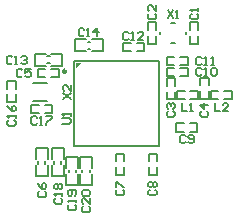
<source format=gto>
G04*
G04 #@! TF.GenerationSoftware,Altium Limited,Altium Designer,19.0.15 (446)*
G04*
G04 Layer_Color=65535*
%FSLAX24Y24*%
%MOIN*%
G70*
G01*
G75*
%ADD10C,0.0098*%
%ADD11C,0.0060*%
%ADD12C,0.0079*%
G36*
X-1181Y1378D02*
X-1378Y1181D01*
Y1378D01*
X-1181Y1378D01*
D02*
G37*
D10*
X-1699Y1083D02*
G03*
X-1699Y1083I-49J0D01*
G01*
D11*
X1312Y2459D02*
Y2715D01*
Y2006D02*
Y2262D01*
X1037Y2459D02*
Y2715D01*
Y2006D02*
Y2262D01*
Y2006D02*
X1312D01*
X1037Y2715D02*
X1312D01*
X2300Y2337D02*
Y2384D01*
X1812Y2014D02*
X1937D01*
X1449Y2337D02*
Y2384D01*
X1812Y2707D02*
X1937D01*
X2437Y2006D02*
Y2262D01*
Y2459D02*
Y2715D01*
X2712Y2006D02*
Y2262D01*
Y2459D02*
Y2715D01*
X2437D02*
X2712D01*
X2437Y2006D02*
X2712D01*
X2106Y1289D02*
X2362D01*
X1654D02*
X1909D01*
X2106Y1565D02*
X2362D01*
X1654D02*
X1909D01*
X1654Y1289D02*
Y1565D01*
X2362Y1289D02*
Y1565D01*
X207Y2037D02*
X463D01*
X659D02*
X915D01*
X207Y1762D02*
X463D01*
X659D02*
X915D01*
Y2037D01*
X207Y1762D02*
Y2037D01*
X1654Y935D02*
Y1211D01*
X2362Y935D02*
Y1211D01*
X2106Y935D02*
X2362D01*
X1654D02*
X1909D01*
X2106Y1211D02*
X2362D01*
X1654D02*
X1909D01*
X1654Y148D02*
X1930D01*
X1654Y856D02*
X1930D01*
Y601D02*
Y856D01*
Y148D02*
Y404D01*
X1654Y601D02*
Y856D01*
Y148D02*
Y404D01*
X2450Y164D02*
X2706D01*
X1998D02*
X2254D01*
X2450Y440D02*
X2706D01*
X1998D02*
X2254Y440D01*
X1998Y164D02*
Y440D01*
X2706Y164D02*
Y440D01*
X2778Y166D02*
X3054D01*
X2778Y874D02*
X3054D01*
X3054Y618D02*
X3054Y874D01*
Y166D02*
Y422D01*
X2778Y874D02*
X2778Y618D01*
X2778Y166D02*
X2778Y422D01*
X3578Y164D02*
X3834D01*
X3126D02*
X3382D01*
X3578Y440D02*
X3834D01*
X3126D02*
X3382D01*
X3126Y164D02*
Y440D01*
X3834Y164D02*
Y440D01*
X2421Y-925D02*
X2677D01*
X1968D02*
X2224D01*
X2421Y-650D02*
X2677D01*
X1968D02*
X2224D01*
X1968Y-925D02*
Y-650D01*
X2677Y-925D02*
Y-650D01*
X1053Y-2372D02*
X1329D01*
X1053Y-1663D02*
X1329D01*
Y-1919D02*
Y-1663D01*
Y-2372D02*
Y-2116D01*
X1053Y-1919D02*
Y-1663D01*
Y-2372D02*
Y-2116D01*
X-39Y-2372D02*
X236D01*
X-39Y-1663D02*
X236D01*
Y-1919D02*
Y-1663D01*
Y-2372D02*
Y-2116D01*
X-39Y-1919D02*
Y-1663D01*
Y-2372D02*
Y-2116D01*
X-2168Y-2411D02*
X-1774D01*
X-2168Y-1486D02*
X-1774D01*
Y-1850D02*
Y-1486D01*
Y-2411D02*
Y-2047D01*
X-2168Y-1850D02*
Y-1486D01*
Y-2411D02*
Y-2047D01*
X-2700Y-2411D02*
X-2306D01*
X-2700Y-1486D02*
X-2306D01*
Y-1850D02*
Y-1486D01*
Y-2411D02*
Y-2047D01*
X-2700Y-1850D02*
Y-1486D01*
Y-2411D02*
Y-2047D01*
X-2746Y1270D02*
Y1663D01*
X-1821Y1270D02*
Y1663D01*
X-2185Y1270D02*
X-1821D01*
X-2746D02*
X-2382D01*
X-2185Y1663D02*
X-1821D01*
X-2746D02*
X-2382D01*
X-2648Y896D02*
Y1171D01*
X-1939Y896D02*
Y1171D01*
X-2195Y896D02*
X-1939D01*
X-2648D02*
X-2392D01*
X-2195Y1171D02*
X-1939D01*
X-2648D02*
X-2392D01*
X-2865Y-305D02*
Y-30D01*
X-2156Y-305D02*
Y-30D01*
X-2412Y-305D02*
X-2156D01*
X-2865D02*
X-2609D01*
X-2412Y-30D02*
X-2156D01*
X-2865D02*
X-2609D01*
X-3652Y768D02*
X-3377D01*
X-3652Y59D02*
X-3377D01*
X-3652D02*
Y315D01*
Y512D02*
Y768D01*
X-3377Y59D02*
Y315D01*
Y512D02*
Y768D01*
X-1693Y-2697D02*
X-1299D01*
X-1693Y-1772D02*
X-1299D01*
Y-2136D02*
Y-1772D01*
Y-2697D02*
Y-2333D01*
X-1693Y-2136D02*
Y-1772D01*
Y-2697D02*
Y-2333D01*
X-1230Y-2697D02*
X-837D01*
X-1230Y-1772D02*
X-837D01*
Y-2136D02*
Y-1772D01*
Y-2697D02*
Y-2333D01*
X-1230Y-2136D02*
Y-1772D01*
Y-2697D02*
Y-2333D01*
X-1388Y1762D02*
Y2156D01*
X-463Y1762D02*
Y2156D01*
X-827Y1762D02*
X-463D01*
X-1388D02*
X-1024D01*
X-827Y2156D02*
X-463D01*
X-1388D02*
X-1024D01*
X1082Y3011D02*
X1037Y2966D01*
Y2876D01*
X1082Y2831D01*
X1262D01*
X1307Y2876D01*
Y2966D01*
X1262Y3011D01*
X1307Y3280D02*
Y3101D01*
X1127Y3280D01*
X1082D01*
X1037Y3235D01*
Y3146D01*
X1082Y3101D01*
X1687Y3121D02*
X1867Y2851D01*
Y3121D02*
X1687Y2851D01*
X1957D02*
X2047D01*
X2002D01*
Y3121D01*
X1957Y3076D01*
X2492Y3011D02*
X2447Y2966D01*
Y2876D01*
X2492Y2831D01*
X2672D01*
X2717Y2876D01*
Y2966D01*
X2672Y3011D01*
X2717Y3101D02*
Y3191D01*
Y3146D01*
X2447D01*
X2492Y3101D01*
X2827Y1517D02*
X2782Y1562D01*
X2692D01*
X2647Y1517D01*
Y1337D01*
X2692Y1292D01*
X2782D01*
X2827Y1337D01*
X2917Y1292D02*
X3007D01*
X2962D01*
Y1562D01*
X2917Y1517D01*
X3142Y1292D02*
X3232D01*
X3187D01*
Y1562D01*
X3142Y1517D01*
X389Y2348D02*
X344Y2393D01*
X254D01*
X209Y2348D01*
Y2168D01*
X254Y2123D01*
X344D01*
X389Y2168D01*
X479Y2123D02*
X569D01*
X524D01*
Y2393D01*
X479Y2348D01*
X883Y2123D02*
X703D01*
X883Y2303D01*
Y2348D01*
X838Y2393D01*
X748D01*
X703Y2348D01*
X2827Y1167D02*
X2782Y1212D01*
X2692D01*
X2647Y1167D01*
Y987D01*
X2692Y942D01*
X2782D01*
X2827Y987D01*
X2917Y942D02*
X3007D01*
X2962D01*
Y1212D01*
X2917Y1167D01*
X3142D02*
X3187Y1212D01*
X3277D01*
X3322Y1167D01*
Y987D01*
X3277Y942D01*
X3187D01*
X3142Y987D01*
Y1167D01*
X1702Y-250D02*
X1658Y-295D01*
Y-385D01*
X1702Y-430D01*
X1882D01*
X1927Y-385D01*
Y-295D01*
X1882Y-250D01*
X1702Y-160D02*
X1658Y-115D01*
Y-25D01*
X1702Y20D01*
X1747D01*
X1792Y-25D01*
Y-70D01*
Y-25D01*
X1837Y20D01*
X1882D01*
X1927Y-25D01*
Y-115D01*
X1882Y-160D01*
X2167Y20D02*
Y-250D01*
X2347D01*
X2437D02*
X2527D01*
X2482D01*
Y20D01*
X2437Y-25D01*
X2822Y-250D02*
X2778Y-295D01*
Y-385D01*
X2822Y-430D01*
X3002D01*
X3047Y-385D01*
Y-295D01*
X3002Y-250D01*
X3047Y-25D02*
X2778D01*
X2912Y-160D01*
Y20D01*
X3257Y20D02*
Y-250D01*
X3437D01*
X3707D02*
X3527D01*
X3707Y-70D01*
Y-25D01*
X3662Y20D01*
X3572D01*
X3527Y-25D01*
X2290Y-1075D02*
X2245Y-1030D01*
X2155D01*
X2110Y-1075D01*
Y-1255D01*
X2155Y-1300D01*
X2245D01*
X2290Y-1255D01*
X2380D02*
X2425Y-1300D01*
X2515D01*
X2560Y-1255D01*
Y-1075D01*
X2515Y-1030D01*
X2425D01*
X2380Y-1075D01*
Y-1120D01*
X2425Y-1165D01*
X2560D01*
X-1587Y-3370D02*
X-1632Y-3415D01*
Y-3505D01*
X-1587Y-3550D01*
X-1408D01*
X-1363Y-3505D01*
Y-3415D01*
X-1408Y-3370D01*
X-1363Y-3280D02*
Y-3190D01*
Y-3235D01*
X-1632D01*
X-1587Y-3280D01*
X-1408Y-3055D02*
X-1363Y-3010D01*
Y-2920D01*
X-1408Y-2875D01*
X-1587D01*
X-1632Y-2920D01*
Y-3010D01*
X-1587Y-3055D01*
X-1543D01*
X-1498Y-3010D01*
Y-2875D01*
X-2045Y-3150D02*
X-2090Y-3195D01*
Y-3285D01*
X-2045Y-3330D01*
X-1865D01*
X-1820Y-3285D01*
Y-3195D01*
X-1865Y-3150D01*
X-1820Y-3060D02*
Y-2970D01*
Y-3015D01*
X-2090D01*
X-2045Y-3060D01*
Y-2835D02*
X-2090Y-2790D01*
Y-2700D01*
X-2045Y-2655D01*
X-2000D01*
X-1955Y-2700D01*
X-1910Y-2655D01*
X-1865D01*
X-1820Y-2700D01*
Y-2790D01*
X-1865Y-2835D01*
X-1910D01*
X-1955Y-2790D01*
X-2000Y-2835D01*
X-2045D01*
X-1955Y-2790D02*
Y-2700D01*
X-2670Y-465D02*
X-2715Y-420D01*
X-2805D01*
X-2850Y-465D01*
Y-645D01*
X-2805Y-690D01*
X-2715D01*
X-2670Y-645D01*
X-2580Y-690D02*
X-2490D01*
X-2535D01*
Y-420D01*
X-2580Y-465D01*
X-2355Y-420D02*
X-2175D01*
Y-465D01*
X-2355Y-645D01*
Y-690D01*
X-3605Y-550D02*
X-3650Y-595D01*
Y-685D01*
X-3605Y-730D01*
X-3425D01*
X-3380Y-685D01*
Y-595D01*
X-3425Y-550D01*
X-3380Y-460D02*
Y-370D01*
Y-415D01*
X-3650D01*
X-3605Y-460D01*
X-3650Y-55D02*
X-3605Y-145D01*
X-3515Y-235D01*
X-3425D01*
X-3380Y-190D01*
Y-100D01*
X-3425Y-55D01*
X-3470D01*
X-3515Y-100D01*
Y-235D01*
X-3150Y1125D02*
X-3195Y1170D01*
X-3285D01*
X-3330Y1125D01*
Y945D01*
X-3285Y900D01*
X-3195D01*
X-3150Y945D01*
X-2880Y1170D02*
X-3060D01*
Y1035D01*
X-2970Y1080D01*
X-2925D01*
X-2880Y1035D01*
Y945D01*
X-2925Y900D01*
X-3015D01*
X-3060Y945D01*
X-2595Y-2920D02*
X-2640Y-2965D01*
Y-3055D01*
X-2595Y-3100D01*
X-2415D01*
X-2370Y-3055D01*
Y-2965D01*
X-2415Y-2920D01*
X-2640Y-2650D02*
X-2595Y-2740D01*
X-2505Y-2830D01*
X-2415D01*
X-2370Y-2785D01*
Y-2695D01*
X-2415Y-2650D01*
X-2460D01*
X-2505Y-2695D01*
Y-2830D01*
X1095Y-2870D02*
X1050Y-2915D01*
Y-3005D01*
X1095Y-3050D01*
X1275D01*
X1320Y-3005D01*
Y-2915D01*
X1275Y-2870D01*
X1095Y-2780D02*
X1050Y-2735D01*
Y-2645D01*
X1095Y-2600D01*
X1140D01*
X1185Y-2645D01*
X1230Y-2600D01*
X1275D01*
X1320Y-2645D01*
Y-2735D01*
X1275Y-2780D01*
X1230D01*
X1185Y-2735D01*
X1140Y-2780D01*
X1095D01*
X1185Y-2735D02*
Y-2645D01*
X5Y-2870D02*
X-40Y-2915D01*
Y-3005D01*
X5Y-3050D01*
X185D01*
X230Y-3005D01*
Y-2915D01*
X185Y-2870D01*
X-40Y-2780D02*
Y-2600D01*
X5D01*
X185Y-2780D01*
X230D01*
X-1819Y-660D02*
X-1594D01*
X-1549Y-615D01*
Y-525D01*
X-1594Y-480D01*
X-1819D01*
X-1549Y-390D02*
Y-300D01*
Y-345D01*
X-1819D01*
X-1774Y-390D01*
X-1800Y170D02*
X-1530Y350D01*
X-1800D02*
X-1530Y170D01*
Y620D02*
Y440D01*
X-1710Y620D01*
X-1755D01*
X-1800Y575D01*
Y485D01*
X-1755Y440D01*
X-1100Y2475D02*
X-1145Y2520D01*
X-1235D01*
X-1280Y2475D01*
Y2295D01*
X-1235Y2250D01*
X-1145D01*
X-1100Y2295D01*
X-1010Y2250D02*
X-920D01*
X-965D01*
Y2520D01*
X-1010Y2475D01*
X-650Y2250D02*
Y2520D01*
X-785Y2385D01*
X-605D01*
X-3500Y1555D02*
X-3545Y1600D01*
X-3635D01*
X-3680Y1555D01*
Y1375D01*
X-3635Y1330D01*
X-3545D01*
X-3500Y1375D01*
X-3410Y1330D02*
X-3320D01*
X-3365D01*
Y1600D01*
X-3410Y1555D01*
X-3185D02*
X-3140Y1600D01*
X-3050D01*
X-3005Y1555D01*
Y1510D01*
X-3050Y1465D01*
X-3095D01*
X-3050D01*
X-3005Y1420D01*
Y1375D01*
X-3050Y1330D01*
X-3140D01*
X-3185Y1375D01*
X-1128Y-3420D02*
X-1172Y-3465D01*
Y-3555D01*
X-1128Y-3600D01*
X-948D01*
X-903Y-3555D01*
Y-3465D01*
X-948Y-3420D01*
X-903Y-3150D02*
Y-3330D01*
X-1083Y-3150D01*
X-1128D01*
X-1172Y-3195D01*
Y-3285D01*
X-1128Y-3330D01*
Y-3060D02*
X-1172Y-3015D01*
Y-2925D01*
X-1128Y-2880D01*
X-948D01*
X-903Y-2925D01*
Y-3015D01*
X-948Y-3060D01*
X-1128D01*
D12*
X-1853Y-1988D02*
Y-1909D01*
X-2089Y-1988D02*
Y-1909D01*
X-2385Y-1988D02*
Y-1909D01*
X-2621Y-1988D02*
Y-1909D01*
X-2323Y1348D02*
X-2244D01*
X-2323Y1585D02*
X-2244D01*
X-1378Y-2274D02*
Y-2195D01*
X-1614Y-2274D02*
Y-2195D01*
X-915Y-2274D02*
Y-2195D01*
X-1152Y-2274D02*
Y-2195D01*
X-965Y1841D02*
X-886D01*
X-965Y2077D02*
X-886D01*
X-1417Y-1417D02*
Y1417D01*
X1417Y-1417D02*
Y1417D01*
X-1417D02*
X1417D01*
X-1417Y-1417D02*
X1417D01*
X-2806Y108D02*
X-2334D01*
X-2806Y699D02*
X-2334D01*
M02*

</source>
